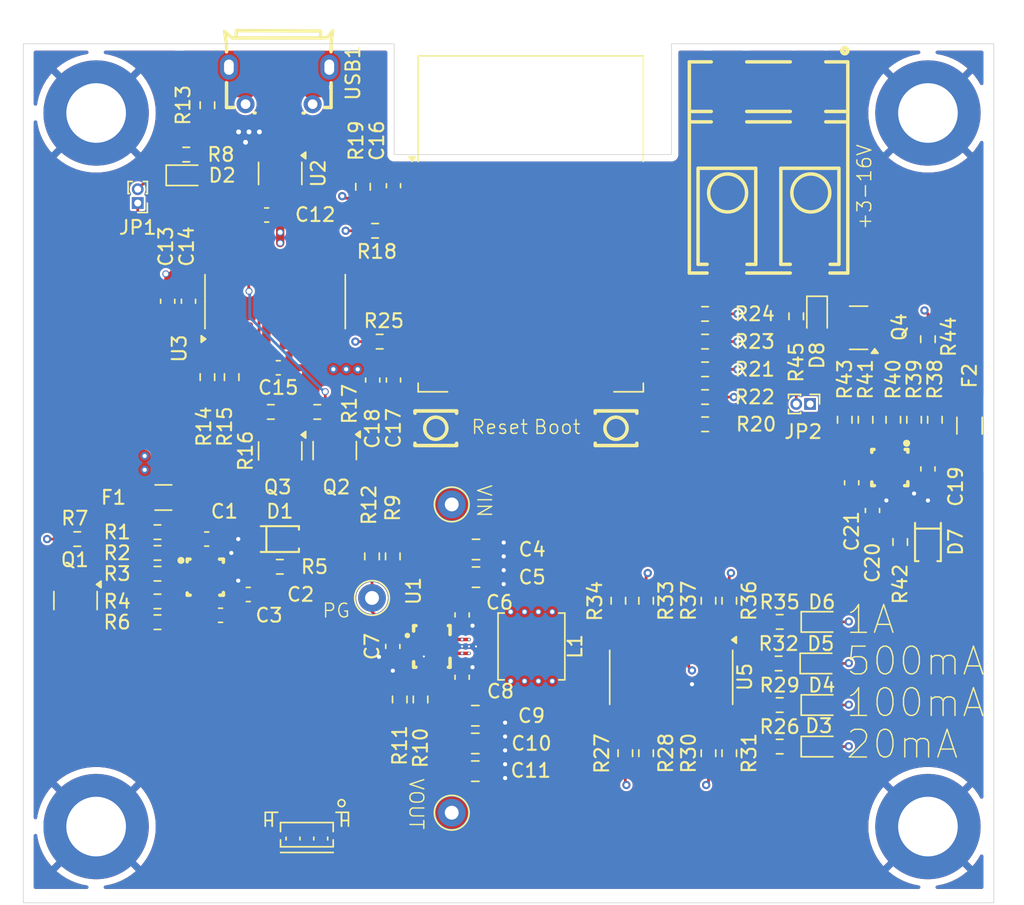
<source format=kicad_pcb>
(kicad_pcb (version 20240108) (generator "pcbnew") (generator_version "8.0")
  (layers (0 "F.Cu" signal) (1 "In1.Cu" power "Ground") (2 "In2.Cu" power "Power") (31 "B.Cu" signal) (34 "B.Paste" user) (35 "F.Paste" user) (36 "B.SilkS" user "B.Silkscreen") (37 "F.SilkS" user "F.Silkscreen") (38 "B.Mask" user) (39 "F.Mask" user) (44 "Edge.Cuts" user))
  (net 0 "")
  (net 1 "/PP3V16V/VIN")
  (net 2 "GND")
  (net 3 "Net-(Protect1-DVDT)")
  (net 4 "Net-(U1-Vaux)")
  (net 5 "+5V")
  (net 6 "/PP3V16V/IMON")
  (net 7 "Net-(U3-V3)")
  (net 8 "/PP3V16V1/Fused")
  (net 9 "Net-(Protect2-DVDT)")
  (net 10 "/PP3V16V/PG")
  (net 11 "Net-(D2-A)")
  (net 12 "Net-(D5-K)")
  (net 13 "Net-(D6-K)")
  (net 14 "/PP3V16V/Fused")
  (net 15 "/BB6V/VLogic")
  (net 16 "/BB6V/VIN")
  (net 17 "Net-(D8-K)")
  (net 18 "/BB6V/VOUT")
  (net 19 "Net-(D8-A)")
  (net 20 "/PP3V16V1/VIN")
  (net 21 "Net-(JP2-B)")
  (net 22 "Net-(U1-L1)")
  (net 23 "/BB6V/PG")
  (net 24 "Net-(U1-L2)")
  (net 25 "/usb_serial/RST")
  (net 26 "Net-(Protect1-EN{slash}UVLO)")
  (net 28 "Net-(Protect1-PGTH)")
  (net 29 "/usb_serial/BOOT")
  (net 30 "Net-(Protect1-OVLO)")
  (net 31 "Net-(Q2-B)")
  (net 32 "Net-(Q2-E)")
  (net 33 "Net-(Q3-B)")
  (net 34 "Net-(Q3-E)")
  (net 35 "/PP3V16V1/PG")
  (net 36 "Net-(U1-EN)")
  (net 37 "Net-(U1-FB)")
  (net 38 "Net-(USB1-SH1)")
  (net 39 "Net-(U3-TXD)")
  (net 40 "Net-(U3-RXD)")
  (net 41 "Net-(U4-EN)")
  (net 42 "Net-(U4-GPIO15)")
  (net 43 "Net-(U4-GPIO2)")
  (net 44 "Net-(R26-Pad1)")
  (net 45 "Net-(U5D-+)")
  (net 46 "/usb_serial/TXD")
  (net 47 "/usb_serial/RXD")
  (net 48 "Net-(R29-Pad1)")
  (net 49 "Net-(U5C-+)")
  (net 50 "/ESP12F/TXD")
  (net 51 "/ESP12F/3V3")
  (net 52 "Net-(R32-Pad1)")
  (net 53 "/ESP12F/ONEW")
  (net 54 "Net-(U5B-+)")
  (net 55 "Net-(R35-Pad1)")
  (net 56 "Net-(U5A-+)")
  (net 57 "/ESP12F/BOOT")
  (net 58 "Net-(Protect2-EN{slash}UVLO)")
  (net 59 "Net-(Protect2-OVLO)")
  (net 60 "Net-(Protect2-PGTH)")
  (net 61 "/PP3V16V1/IMON")
  (net 62 "Net-(USB1-D-)")
  (net 63 "/ESP12F/SCL")
  (net 64 "/ESP12F/RXD")
  (net 65 "Net-(U3-UD-)")
  (net 66 "/ESP12F/SDA")
  (net 67 "/ESP12F/RST")
  (net 68 "Net-(USB1-D+)")
  (net 69 "Net-(U3-UD+)")
  (net 70 "Net-(JP1-B)")
  (net 72 "Net-(D2-K)")
  (net 73 "Net-(D3-K)")
  (net 74 "Net-(D4-K)")
  (net 91 "Net-(U5A--)")
  (footprint "RF_Module:ESP-12E" (layer "F.Cu") (at 50.35 26)
    (property "Reference" "U4" (hide yes))
    (property "Value" "ESP-12F")
  )
  (footprint "MountingHole:MountingHole_4.3mm_M4_ISO7380_Pad" (layer "F.Cu") (at 19 18)
    (property "Reference" "H1" (hide yes))
    (property "Value" "MountingHole_Pad")
  )
  (footprint "Resistor_SMD:R_0603_1608Metric" (layer "F.Cu") (at 62.925 34.5 180)
    (property "Reference" "R23")
    (property "Value" "4.7k")
  )
  (footprint "Resistor_SMD:R_0603_1608Metric" (layer "F.Cu") (at 40.9 60.325 90)
    (property "Reference" "R11")
    (property "Value" "51k")
  )
  (footprint "easyeda2kicad:VQFN-HR-15_L3.0-W2.5-P0.50-BL_TPS63070RNMR" (layer "F.Cu") (at 43.08 56.5 -90)
    (property "Reference" "U1")
    (property "Value" "TPS63070RNMR")
  )
  (footprint "LED_SMD:LED_0603_1608Metric" (layer "F.Cu") (at 71 32.7125 -90)
    (property "Reference" "D8")
    (property "Value" "LED")
  )
  (footprint "Resistor_SMD:R_0603_1608Metric" (layer "F.Cu") (at 27.027 17.4375 -90)
    (property "Reference" "R13")
    (property "Value" "0")
  )
  (footprint "MountingHole:MountingHole_4.3mm_M4_ISO7380_Pad" (layer "F.Cu") (at 19 69.5)
    (property "Reference" "H3" (hide yes))
    (property "Value" "MountingHole_Pad")
  )
  (footprint "Capacitor_SMD:C_0603_1608Metric" (layer "F.Cu") (at 26.975 48.75 180)
    (property "Reference" "C1")
    (property "Value" "1uf")
  )
  (footprint "Resistor_SMD:R_0603_1608Metric" (layer "F.Cu") (at 58.669999 64.202 -90)
    (property "Reference" "R28")
    (property "Value" "1k")
  )
  (footprint "Capacitor_SMD:C_0603_1608Metric" (layer "F.Cu") (at 79 43.687352 90)
    (property "Reference" "C19")
    (property "Value" "1uf")
  )
  (footprint "Resistor_SMD:R_0603_1608Metric" (layer "F.Cu") (at 77 48.962352 90)
    (property "Reference" "R42")
    (property "Value" "4120")
  )
  (footprint "easyeda2kicad:CONN-SMD_BM04B-SRSS-TB" (layer "F.Cu") (at 34.2 69.4 180)
    (property "Reference" "CN1" (hide yes))
    (property "Value" "BM04B-SRSS-TB(LF)(SN)")
  )
  (footprint "LED_SMD:LED_0603_1608Metric" (layer "F.Cu") (at 71.342499 60.727)
    (property "Reference" "D4")
    (property "Value" "LED")
  )
  (footprint "Package_SO:SOIC-14_3.9x8.7mm_P1.27mm" (layer "F.Cu") (at 60.479999 58.727 -90)
    (property "Reference" "U5")
    (property "Value" "LM339")
  )
  (footprint "Resistor_SMD:R_0603_1608Metric" (layer "F.Cu") (at 23.425 54.75)
    (property "Reference" "R6")
    (property "Value" "249k")
  )
  (footprint "Resistor_SMD:R_0603_1608Metric" (layer "F.Cu") (at 23.425 53.25)
    (property "Reference" "R4")
    (property "Value" "470k")
  )
  (footprint "Capacitor_SMD:C_0603_1608Metric" (layer "F.Cu") (at 40.45 23.25 90)
    (property "Reference" "C16")
    (property "Value" "470pf")
  )
  (footprint "Capacitor_SMD:C_0603_1608Metric" (layer "F.Cu") (at 75 46.687352 -90)
    (property "Reference" "C20")
    (property "Value" "2.7nf")
  )
  (footprint "Capacitor_SMD:C_0603_1608Metric" (layer "F.Cu") (at 73.5 44.687352 90)
    (property "Reference" "C21")
    (property "Value" "1uf")
  )
  (footprint "LED_SMD:LED_0603_1608Metric" (layer "F.Cu") (at 71.342499 63.727)
    (property "Reference" "D3")
    (property "Value" "LED")
  )
  (footprint "Resistor_SMD:R_0603_1608Metric" (layer "F.Cu") (at 79.5 40.137352 -90)
    (property "Reference" "R38")
    (property "Value" "470k")
  )
  (footprint "Resistor_SMD:R_0603_1608Metric" (layer "F.Cu") (at 34.952 39.575)
    (property "Reference" "R17")
    (property "Value" "12k")
  )
  (footprint "Resistor_SMD:R_0603_1608Metric" (layer "F.Cu") (at 62.925 36.5 180)
    (property "Reference" "R21")
    (property "Value" "10k")
  )
  (footprint "Resistor_SMD:R_0603_1608Metric" (layer "F.Cu") (at 39.125 26.5)
    (property "Reference" "R18")
    (property "Value" "10k")
  )
  (footprint "Capacitor_SMD:C_0603_1608Metric" (layer "F.Cu") (at 40.45 37.275 -90)
    (property "Reference" "C17")
    (property "Value" "10uf")
  )
  (footprint "Package_TO_SOT_SMD:SOT-23" (layer "F.Cu") (at 17.513 53.1875 -90)
    (property "Reference" "Q1")
    (property "Value" "2N7002")
  )
  (footprint "Resistor_SMD:R_0603_1608Metric" (layer "F.Cu") (at 62.928507 40.46539)
    (property "Reference" "R20")
    (property "Value" "10k")
  )
  (footprint "Resistor_SMD:R_0603_1608Metric" (layer "F.Cu") (at 63.169999 64.202 90)
    (property "Reference" "R30")
    (property "Value" "12k")
  )
  (footprint "Resistor_SMD:R_0603_1608Metric" (layer "F.Cu") (at 69.5 32.675 -90)
    (property "Reference" "R45")
    (property "Value" "150")
  )
  (footprint "Resistor_SMD:R_0603_1608Metric" (layer "F.Cu") (at 68.304999 63.727)
    (property "Reference" "R26")
    (property "Value" "150")
  )
  (footprint "Package_TO_SOT_SMD:SOT-23-6" (layer "F.Cu") (at 32.277 22.3625 -90)
    (property "Reference" "U2")
    (property "Value" "USBLC6-2SC6")
  )
  (footprint "Connector_PinHeader_1.00mm:PinHeader_1x02_P1.00mm_Vertical" (layer "F.Cu") (at 70.5 39 -90)
    (property "Reference" "JP2")
    (property "Value" "JP1")
  )
  (footprint "Capacitor_SMD:C_0603_1608Metric" (layer "F.Cu") (at 27.975 54.25 180)
    (property "Reference" "C3")
    (property "Value" "1uf")
  )
  (footprint "easyeda2kicad:KEY-SMD_B3U-1000PM" (layer "F.Cu") (at 56.5 40.75)
    (property "Reference" "SW2" (hide yes))
    (property "Value" "B3U-1000P")
  )
  (footprint "Capacitor_SMD:C_0805_2012Metric" (layer "F.Cu") (at 46.4 49.5)
    (property "Reference" "C4")
    (property "Value" "10uf")
  )
  (footprint "Capacitor_SMD:C_0603_1608Metric" (layer "F.Cu") (at 29.975 52.75)
    (property "Reference" "C2")
    (property "Value" "2.7nf")
  )
  (footprint "Resistor_SMD:R_0603_1608Metric" (layer "F.Cu") (at 23.425 51.25)
    (property "Reference" "R3")
    (property "Value" "54.9k")
  )
  (footprint "Connector_Pin:Pin_D1.0mm_L10.0mm" (layer "F.Cu") (at 38.9 53 -90)
    (property "Reference" "TP2" (hide yes))
    (property "Value" "TestPoint")
  )
  (footprint "Resistor_SMD:R_0603_1608Metric" (layer "F.Cu") (at 78 40.137352 -90)
    (property "Reference" "R39")
    (property "Value" "196k")
  )
  (footprint "Resistor_SMD:R_0603_1608Metric" (layer "F.Cu") (at 38.25 23.325 90)
    (property "Reference" "R19")
    (property "Value" "10k")
  )
  (footprint "Capacitor_SMD:C_0603_1608Metric" (layer "F.Cu") (at 31.302 25.3625 180)
    (property "Reference" "C12")
    (property "Value" "100nf")
  )
  (footprint "easyeda2kicad:CONN-SMD_2061-602-998-404" (layer "F.Cu") (at 67.5 22.5 -90)
    (property "Reference" "U6" (hide yes))
    (property "Value" "2061-602/998-404")
  )
  (footprint "Resistor_SMD:R_0603_1608Metric" (layer "F.Cu") (at 32.25 50.75 180)
    (property "Reference" "R5")
    (property "Value" "4120")
  )
  (footprint "Resistor_SMD:R_0603_1608Metric" (layer "F.Cu") (at 64.669999 64.202 -90)
    (property "Reference" "R31")
    (property "Value" "1k")
  )
  (footprint "Resistor_SMD:R_0603_1608Metric" (layer "F.Cu") (at 27.027 37.0625 -90)
    (property "Reference" "R14")
    (property "Value" "480")
  )
  (footprint "easyeda2kicad:SOD-123_L2.7-W1.6-LS3.7-RD" (layer "F.Cu") (at 32.25 48.75)
    (property "Reference" "D1")
    (property "Value" "1.8V")
  )
  (footprint "Resistor_SMD:R_0603_1608Metric" (layer "F.Cu") (at 76.5 40.137352 -90)
    (property "Reference" "R40")
    (property "Value" "54.9k")
  )
  (footprint "Resistor_SMD:R_0603_1608Metric" (layer "F.Cu") (at 23.425 49.75)
    (property "Reference" "R2")
    (property "Value" "196k")
  )
  (footprint "Resistor_SMD:R_0603_1608Metric" (layer "F.Cu") (at 17.638 48.75)
    (property "Reference" "R7")
    (property "Value" "10k")
  )
  (footprint "Resistor_SMD:R_0603_1608Metric" (layer "F.Cu") (at 40.4 50 -90)
    (property "Reference" "R9")
    (property "Value" "10k")
  )
  (footprint "Resistor_SMD:R_0603_1608Metric" (layer "F.Cu") (at 42.4 60.325 90)
    (property "Reference" "R10")
    (property "Value" "332k")
  )
  (footprint "MountingHole:MountingHole_4.3mm_M4_ISO7380_Pad" (layer "F.Cu") (at 79 18)
    (property "Reference" "H2" (hide yes))
    (property "Value" "MountingHole_Pad")
  )
  (footprint "Resistor_SMD:R_0603_1608Metric" (layer "F.Cu") (at 73 40.137352 -90)
    (property "Reference" "R43")
    (property "Value" "249k")
  )
  (footprint "Fuse:Fuse_1206_3216Metric" (layer "F.Cu") (at 82 40.562352 -90)
    (property "Reference" "F2")
    (property "Value" "2A")
  )
  (footprint "Resistor_SMD:R_0603_1608Metric" (layer "F.Cu") (at 68.304999 54.727)
    (property "Reference" "R35")
    (property "Value" "150")
  )
  (footprint "Fuse:Fuse_1206_3216Metric" (layer "F.Cu") (at 23.85 45.75)
    (property "Reference" "F1")
    (property "Value" "2A")
  )
  (footprint "Capacitor_SMD:C_0603_1608Metric" (layer "F.Cu") (at 24.162 31.5875 -90)
    (property "Reference" "C13")
    (property "Value" "10uf")
  )
  (footprint "Resistor_SMD:R_0603_1608Metric" (layer "F.Cu") (at 62.925 32.5 180)
    (property "Reference" "R24")
    (property "Value" "4.7k")
  )
  (footprint "Resistor_SMD:R_0603_1608Metric" (layer "F.Cu") (at 38.9 50 -90)
    (property "Reference" "R12")
    (property "Value" "10k")
  )
  (footprint "Resistor_SMD:R_0603_1608Metric" (layer "F.Cu") (at 58.669999 53.202 -90)
    (property "Reference" "R33")
    (property "Value" "68k")
  )
  (footprint "Capacitor_SMD:C_0603_1608Metric" (layer "F.Cu") (at 45.4 54.225 -90)
    (property "Reference" "C6")
    (property "Value" "10uf")
  )
  (footprint "Capacitor_SMD:C_0603_1608Metric" (layer "F.Cu") (at 25.662 31.5875 -90)
    (property "Reference" "C14")
    (property "Value" "100nf")
  )
  (footprint "easyeda2kicad:KEY-SMD_B3U-1000PM" (layer "F.Cu") (at 43.5 40.75)
    (property "Reference" "SW1" (hide yes))
    (property "Value" "B3U-1000P")
  )
  (footprint "Inductor_SMD:L_Coilcraft_XAL4020-XXX" (layer "F.Cu") (at 50.4 56.5 -90)
    (property "Reference" "L1")
    (property "Value" "1uH")
  )
  (footprint "Resistor_SMD:R_0603_1608Metric" (layer "F.Cu") (at 28.777 37.0625 90)
    (property "Reference" "R15")
    (property "Value" "480")
  )
  (footprint "Resistor_SMD:R_0603_1608Metric" (layer "F.Cu") (at 57.169999 64.202 90)
    (property "Reference" "R27")
    (property "Value" "5.6k")
  )
  (footprint "LED_SMD:LED_0603_1608Metric" (layer "F.Cu") (at 71.267499 57.727)
    (property "Reference" "D5")
    (property "Value" "LED")
  )
  (footprint "Capacitor_SMD:C_0603_1608Metric" (layer "F.Cu") (at 45.4 58.725 90)
    (property "Reference" "C8")
    (property "Value" "10uf")
  )
  (footprint "Capacitor_SMD:C_0805_2012Metric" (layer "F.Cu") (at 46.35 63.5)
    (property "Reference" "C10")
    (property "Value" "22uf")
  )
  (footprint "Resistor_SMD:R_0603_1608Metric" (layer "F.Cu") (at 74.5 40.137352 -90)
    (property "Reference" "R41")
    (property "Value" "470k")
  )
  (footprint "Package_TO_SOT_SMD:SOT-23" (layer "F.Cu") (at 36.212 42.3625 -90)
    (property "Reference" "Q2")
    (property "Value" "MMBT3904")
  )
  (footprint "Capacitor_SMD:C_0603_1608Metric" (layer "F.Cu") (at 32.137 36.3875 180)
    (property "Reference" "C15")
    (property "Value" "100nf")
  )
  (footprint "LED_SMD:LED_0603_1608Metric" (layer "F.Cu") (at 25.5375 22.5)
    (property "Reference" "D2")
    (property "Value" "LED")
  )
  (footprint "Resistor_SMD:R_0603_1608Metric" (layer "F.Cu") (at 63.169999 53.202 90)
    (property "Reference" "R37")
    (property "Value" "1k")
  )
  (footprint "Resistor_SMD:R_0603_1608Metric" (layer "F.Cu") (at 79 34.325 -90)
    (property "Reference" "R44")
    (property "Value" "10k")
  )
  (footprint "LED_SMD:LED_0603_1608Metric" (layer "F.Cu") (at 71.342499 54.727)
    (property "Reference" "D6")
    (property "Value" "LED")
  )
  (footprint "MountingHole:MountingHole_4.3mm_M4_ISO7380_Pad" (layer "F.Cu") (at 79 69.5)
    (property "Reference" "H4" (hide yes))
    (property "Value" "MountingHole_Pad")
  )
  (footprint "easyeda2kicad:MICRO-USB-SMD_MICROXNJ" (layer "F.Cu") (at 32.197 16.2925 180)
    (property "Reference" "USB1")
    (property "Value" "MICROXNJ")
  )
  (footprint "Capacitor_SMD:C_0805_2012Metric" (layer "F.Cu") (at 46.4 51.5)
    (property "Reference" "C5")
    (property "Value" "10uf")
  )
  (footprint "Connector_Pin:Pin_D1.0mm_L10.0mm" (layer "F.Cu") (at 44.65 68.5 -90)
    (property "Reference" "TP3" (hide yes))
    (property "Value" "TestPoint")
  )
  (footprint "easyeda2kicad:SOD-123_L2.7-W1.6-LS3.7-RD" (layer "F.Cu") (at 79 48.962352 -90)
    (property "Reference" "D7")
    (property "Value" "1.8V")
  )
  (footprint "Package_TO_SOT_SMD:SOT-23" (layer "F.Cu") (at 32.277 42.3875 -90)
    (property "Reference" "Q3")
    (property "Value" "MMBT3904")
  )
  (footprint "easyeda2kicad:VQFN-10_L2.0-W2.0-P0.45-TL" (layer "F.Cu") (at 76.23 43.552352 -90)
    (property "Reference" "Protect2" (hide yes))
    (property "Value" "LM73100RPWR")
  )
  (footprint "Package_TO_SOT_SMD:SOT-23" (layer "F.Cu") (at 74 33.5 180)
    (property "Reference" "Q4")
    (property "Value" "2N7002")
  )
  (footprint "Resistor_SMD:R_0603_1608Metric" (layer "F.Cu") (at 31.602 39.575 180)
    (property "Reference" "R16")
    (property "Value" "12k")
  )
  (footprint "Capacitor_SMD:C_0805_2012Metric" (layer "F.Cu") (at 46.35 61.5)
    (property "Reference" "C9")
    (property "Value" "22uf")
  )
  (footprint "easyeda2kicad:VQFN-10_L2.0-W2.0-P0.45-TL" (layer "F.Cu") (at 26.84 51.52)
    (property "Reference" "Protect1" (hide yes))
    (property "Value" "LM73100RPWR")
  )
  (footprint "Package_SO:SOIC-16_3.9x9.9mm_P1.27mm" (layer "F.Cu") (at 31.912 31.6125 90)
    (property "Reference" "U3")
    (property "Value" "CH340C")
  )
  (footprint "Resistor_SMD:R_0603_1608Metric" (layer "F.Cu") (at 64.669999 53.202 -90)
    (property "Reference" "R36")
    (property "Value" "680k")
  )
  (footprint "Resistor_SMD:R_0603_1608Metric" (layer "F.Cu") (at 39.45 34.5)
    (property "Reference" "R25")
    (property "Value" "4.7k")
  )
  (footprint "Capacitor_SMD:C_0805_2012Metric" (layer "F.Cu") (at 46.35 65.5)
    (property "Reference" "C11")
    (property "Value" "22uf")
  )
  (footprint "Connector_Pin:Pin_D1.0mm_L10.0mm" (layer "F.Cu") (at 44.65 46.25 -90)
    (property "Reference" "TP1" (hide yes))
    (property "Value" "TestPoint")
  )
  (footprint "Capacitor_SMD:C_0603_1608Metric" (layer "F.Cu") (at 40.4 56.5 -90)
    (property "Reference" "C7")
    (property "Value" "100nf")
  )
  (footprint "Resistor_SMD:R_0603_1608Metric" (layer "F.Cu") (at 23.425 48.25)
    (property "Reference" "R1")
    (property "Value" "470k")
  )
  (footprint "Resistor_SMD:R_0603_1608Metric" (layer "F.Cu") (at 68.304999 60.727)
    (property "Reference" "R29")
    (property "Value" "150")
  )
  (footprint "Resistor_SMD:R_0603_1608Metric" (layer "F.Cu") (at 62.925 38.5 180)
    (property "Reference" "R22")
    (property "Value" "10k")
  )
  (footprint "Resistor_SMD:R_0603_1608Metric" (layer "F.Cu") (at 25.5 21 180)
    (property "Reference" "R8")
    (property "Value" "150")
  )
  (footprint "Connector_PinHeader_1.00mm:PinHeader_1x02_P1.00mm_Vertical" (layer "F.Cu") (at 22 24.5 180)
    (property "Reference" "JP1")
    (property "Value" "JP1")
  )
  (footprint "Resistor_SMD:R_0603_1608Metric" (layer "F.Cu") (at 56.669999 53.202 90)
    (property "Reference" "R34")
    (property "Value" "1k")
  )
  (footprint "Resistor_SMD:R_0603_1608Metric" (layer "F.Cu") (at 68.229999 57.727)
    (property "Reference" "R32")
    (property "Value" "150")
  )
  (footprint "Capacitor_SMD:C_0603_1608Metric" (layer "F.Cu") (at 38.95 37.275 -90)
    (property "Reference" "C18")
    (property "Value" "100nf")
  )
  (gr_poly (pts (xy 13.75 13) (xy 40.5 13) (xy 40.5 21) (xy 60.5 21) (xy 60.5 13) (xy 83.75 13) (xy 83.75 75) (xy 13.75 75)) (stroke (width 0.05)) (fill none) (layer "Edge.Cuts"))
  (gr_text "+3-16V" (at 75 26.5 90) (layer "F.SilkS") (effects (font (size 1 1) (thickness 0.1)) (justify left bottom)))
  (gr_text "VOUT\n" (at 41.51 65.95 -90) (layer "F.SilkS") (effects (font (size 1 1) (thickness 0.1)) (justify left bottom)))
  (gr_text "500mA" (at 72.979999 58.727 0) (layer "F.SilkS") (effects (font (size 2 2) (thickness 0.1)) (justify left bottom)))
  (gr_text "100mA" (at 72.979999 61.727 0) (layer "F.SilkS") (effects (font (size 2 2) (thickness 0.1)) (justify left bottom)))
  (gr_text "20mA" (at 72.979999 64.727 0) (layer "F.SilkS") (effects (font (size 2 2) (thickness 0.1)) (justify left bottom)))
  (gr_text "Boot" (at 50.5 41.25 0) (layer "F.SilkS") (effects (font (size 1 1) (thickness 0.1)) (justify left bottom)))
  (gr_text "VIN" (at 46.4 44.75 -90) (layer "F.SilkS") (effects (font (size 1 1) (thickness 0.1)) (justify left bottom)))
  (gr_text "Reset" (at 46 41.25 0) (layer "F.SilkS") (effects (font (size 1 1) (thickness 0.1)) (justify left bottom)))
  (gr_text "PG" (at 35.25 54.5 0) (layer "F.SilkS") (effects (font (size 1 1) (thickness 0.1)) (justify left bottom)))
  (gr_text "1A" (at 72.979999 55.727 0) (layer "F.SilkS") (effects (font (size 2 2) (thickness 0.1)) (justify left bottom)))
  (segment (start 32.277 23.5) (end 32.277 27.3875) (width 0.6) (layer "F.Cu") (net 1))
  (segment (start 22.45 45.75) (end 22.45 42.8) (width 1) (layer "F.Cu") (net 1))
  (via (at 22.5 43.75) (size 0.6) (drill 0.3) (layers "F.Cu" "B.Cu") (net 1))
  (via (at 32.277 26.6125) (size 0.5) (drill 0.35) (layers "F.Cu" "B.Cu") (net 1))
  (via (at 24.027 29.6125) (size 0.5) (drill 0.35) (layers "F.Cu" "B.Cu") (net 1))
  (via (at 32.277 27.3875) (size 0.5) (drill 0.35) (layers "F.Cu" "B.Cu") (net 1))
  (via (at 22.5 42.75) (size 0.6) (drill 0.3) (layers "F.Cu" "B.Cu") (net 1))
  (segment (start 42.06 57.25) (end 42.61 57.25) (width 0.2) (layer "F.Cu") (net 2))
  (segment (start 43.01 57.4) (end 43.01 57.95) (width 0.2) (layer "F.Cu") (net 2))
  (segment (start 45.4 55) (end 46.15 55) (width 0.2) (layer "F.Cu") (net 2))
  (segment (start 42.06 57.25) (end 40.425 57.25) (width 0.2) (layer "F.Cu") (net 2))
  (segment (start 32.277 21.225) (end 32.277 21.887499) (width 0.2) (layer "F.Cu") (net 2))
  (segment (start 42.06 57.25) (end 42.86 57.25) (width 0.2) (layer "F.Cu") (net 2))
  (segment (start 21.25 51.25) (end 21 51) (width 0.2) (layer "F.Cu") (net 2))
  (segment (start 64.5 28.25) (end 64.5 16.75) (width 1) (layer "F.Cu") (net 2))
  (segment (start 76 44.462352) (end 76 45.962352) (width 0.3) (layer "F.Cu") (net 2))
  (segment (start 27.75 51.75) (end 29.25 51.75) (width 0.3) (layer "F.Cu") (net 2))
  (segment (start 33.075 49.565) (end 33.89 48.75) (width 0.2) (layer "F.Cu") (net 2))
  (segment (start 61.749999 61.202) (end 61.749999 59.457) (width 0.2) (layer "F.Cu") (net 2))
  (segment (start 22.6 51.25) (end 21.25 51.25) (width 0.2) (layer "F.Cu") (net 2))
  (segment (start 29.75 51.75) (end 30.75 52.75) (width 0.3) (layer "F.Cu") (net 2))
  (segment (start 42.61 57.25) (end 42.637 57.223) (width 0.2) (layer "F.Cu") (net 2))
  (segment (start 77 49.787352) (end 78.185 49.787352) (width 0.2) (layer "F.Cu") (net 2))
  (segment (start 42.637 57.223) (end 42.637 55.177) (width 0.2) (layer "F.Cu") (net 2))
  (segment (start 42.637 55.177) (end 42.51 55.05) (width 0.2) (layer "F.Cu") (net 2))
  (segment (start 29.25 51.75) (end 29.75 51.75) (width 0.3) (layer "F.Cu") (net 2))
  (segment (start 76 45.962352) (end 76 46.462352) (width 0.3) (layer "F.Cu") (net 2))
  (segment (start 31.801999 22.3625) (end 31.277 22.3625) (width 0.2) (layer "F.Cu") (net 2))
  (segment (start 42.86 57.25) (end 43.01 57.4) (width 0.2) (layer "F.Cu") (net 2))
  (segment (start 40.425 57.25) (end 40.4 57.275) (width 0.2) (layer "F.Cu") (net 2))
  (segment (start 33.075 50.75) (end 33.075 49.565) (width 0.2) (layer "F.Cu") (net 2))
  (segment (start 76.5 39.312352) (end 76.5 38) (width 0.2) (layer "F.Cu") (net 2))
  (segment (start 61.749999 59.457) (end 61.979999 59.227) (width 0.2) (layer "F.Cu") (net 2))
  (segment (start 78.185 49.787352) (end 79 50.602352) (width 0.2) (layer "F.Cu") (net 2))
  (segment (start 76 46.462352) (end 75 47.462352) (width 0.3) (layer "F.Cu") (net 2))
  (segment (start 32.277 21.887499) (end 31.801999 22.3625) (width 0.2) (layer "F.Cu") (net 2))
  (segment (start 43.9 56.5) (end 46.9 56.5) (width 0.2) (layer "F.Cu") (net 2))
  (via (at 48.4 52) (size 0.45) (drill 0.3) (layers "F.Cu" "B.Cu") (net 2))
  (via (at 48.4 50) (size 0.45) (drill 0.3) (layers "F.Cu" "B.Cu") (net 2))
  (via (at 48.5 63) (size 0.45) (drill 0.3) (layers "F.Cu" "B.Cu") (net 2))
  (via (at 61.979999 59.227) (size 0.6) (drill 0.3) (layers "F.Cu" "B.Cu") (net 2))
  (via (at 29.25 51.75) (size 0.6) (drill 0.3) (layers "F.Cu" "B.Cu") (net 2))
  (via (at 29.25 48.75) (size 0.6) (drill 0.3) (layers "F.Cu" "B.Cu") (net 2))
  (via (at 48.5 66) (size 0.45) (drill 0.3) (layers "F.Cu" "B.Cu") (net 2))
  (via (at 48.5 62) (size 0.45) (drill 0.3) (layers "F.Cu" "B.Cu") (net 2))
  (via (at 48.4 51) (size 0.45) (drill 0.3) (layers "F.Cu" "B.Cu") (net 2))
  (via (at 28.75 49.75) (size 0.6) (drill 0.3) (layers "F.Cu" "B.Cu") (net 2))
  (via (at 48.4 49) (size 0.45) (drill 0.3) (layers "F.Cu" "B.Cu") (net 2))
  (via (at 39.4 57.25) (size 0.45) (drill 0.3) (layers "F.Cu" "B.Cu") (net 2))
  (via (at 46.4 56.5) (size 0.25) (drill 0.15) (layers "F.Cu" "B.Cu") (net 2))
  (via (at 29.777 20.1125) (size 0.5) (drill 0.35) (layers "F.Cu" "B.Cu") (net 2))
  (via (at 45.9 56.5) (size 0.25) (drill 0.15) (layers "F.Cu" "B.Cu") (net 2))
  (via (at 48.5 65) (size 0.45) (drill 0.3) (layers "F.Cu" "B.Cu") (net 2))
  (via (at 78 45.462352) (size 0.6) (drill 0.3) (layers "F.Cu" "B.Cu") (net 2))
  (via (at 76 45.962352) (size 0.6) (drill 0.3) (layers "F.Cu" "B.Cu") (net 2))
  (via (at 48.5 64) (size 0.45) (drill 0.3) (layers "F.Cu" "B.Cu") (net 2))
  (via (at 79 45.962352) (size 0.6) (drill 0.3) (layers "F.Cu" "B.Cu") (net 2))
  (via (at 46.15 58) (size 0.45) (drill 0.3) (layers "F.Cu" "B.Cu") (net 2))
  (via (at 40.4 58.25) (size 0.45) (drill 0.3) (layers "F.Cu" "B.Cu") (net 2))
  (via (at 30.777 19.3625) (size 0.5) (drill 0.35) (layers "F.Cu" "B.Cu") (net 2))
  (via (at 42.637 57.223) (size 0.25) (drill 0.15) (layers "F.Cu" "B.Cu") (net 2))
  (via (at 29.277 19.3625) (size 0.5) (drill 0.35) (layers "F.Cu" "B.Cu") (net 2))
  (via (at 46.15 55) (size 0.45) (drill 0.3) (layers "F.Cu" "B.Cu") (net 2))
  (via (at 45.4 56.5) (size 0.25) (drill 0.15) (layers "F.Cu" "B.Cu") (net 2))
  (via (at 30.027 19.3625) (size 0.5) (drill 0.35) (layers "F.Cu" "B.Cu") (net 2))
  (segment (start 28.08 52.75) (end 27.75 52.42) (width 0.5) (layer "F.Cu") (net 3))
  (segment (start 29.2 52.75) (end 28.08 52.75) (width 0.5) (layer "F.Cu") (net 3))
  (segment (start 42.06 56.75) (end 41.425 56.75) (width 0.2) (layer "F.Cu") (net 4))
  (segment (start 41.425 56.75) (end 40.4 55.725) (width 0.2) (layer "F.Cu") (net 4))
  (segment (start 58.669999 52.377) (end 58.669999 51.322) (width 0.2) (layer "F.Cu") (net 5))
  (segment (start 63.169999 66.330001) (end 63 66.5) (width 0.2) (layer "F.Cu") (net 5))
  (segment (start 16.813 48.75) (end 16.4 48.337) (width 0.2) (layer "F.Cu") (net 5))
  (segment (start 61.749999 57.997) (end 61.749999 56.252) (width 0.2) (layer "F.Cu") (net 5))
  (segment (start 58.669999 51.322) (end 58.789999 51.202) (width 0.2) (layer "F.Cu") (net 5))
  (segment (start 79 32.5) (end 78.75 32.25) (width 0.2) (layer "F.Cu") (net 5))
  (segment (start 16.813 48.75) (end 15.463 48.75) (width 0.2) (layer "F.Cu") (net 5))
  (segment (start 22 29.25) (end 22 24.5) (width 0.2) (layer "F.Cu") (net 5))
  (segment (start 73.264999 63.727) (end 73.289999 63.702) (width 0.2) (layer "F.Cu") (net 5))
  (segment (start 72.054999 57.727) (end 73.264999 57.727) (width 0.2) (layer "F.Cu") (net 5))
  (segment (start 63.169999 65.027) (end 63.169999 66.330001) (width 0.2) (layer "F.Cu") (net 5))
  (segment (start 61.979999 58.227) (end 61.749999 57.997) (width 0.2) (layer "F.Cu") (net 5))
  (segment (start 72.129999 60.727) (end 73.264999 60.727) (width 0.2) (layer "F.Cu") (net 5))
  (segment (start 16.4 48.337) (end 16.4 34.85) (width 0.2) (layer "F.Cu") (net 5))
  (segment (start 16.4 34.85) (end 22 29.25) (width 0.2) (layer "F.Cu") (net 5))
  (segment (start 79 33.5) (end 79 32.5) (width 0.2) (layer "F.Cu") (net 5))
  (segment (start 57.169999 65.027) (end 57.169999 66.419999) (width 0.2) (layer "F.Cu") (net 5))
  (segment (start 73.264999 57.727) (end 73.289999 57.702) (width 0.2) (layer "F.Cu") (net 5))
  (segment (start 72.129999 63.727) (end 73.264999 63.727) (width 0.2) (layer "F.Cu") (net 5))
  (segment (start 64.669999 51.322) (end 64.789999 51.202) (width 0.2) (layer "F.Cu") (net 5))
  (segment (start 73.264999 60.727) (end 73.289999 60.702) (width 0.2) (layer "F.Cu") (net 5))
  (segment (start 73.264999 54.727) (end 73.289999 54.702) (width 0.2) (layer "F.Cu") (net 5))
  (segment (start 72.129999 54.727) (end 73.264999 54.727) (width 0.2) (layer "F.Cu") (net 5))
  (segment (start 57.169999 66.419999) (end 57.25 66.5) (width 0.2) (layer "F.Cu") (net 5))
  (segment (start 64.669999 52.377) (end 64.669999 51.322) (width 0.2) (layer "F.Cu") (net 5))
  (via (at 63 66.5) (size 0.6) (drill 0.3) (layers "F.Cu" "B.Cu") (net 5))
  (via (at 58.789999 51.202) (size 0.6) (drill 0.3) (layers "F.Cu" "B.Cu") (net 5))
  (via (at 78.75 32.25) (size 0.6) (drill 0.3) (layers "F.Cu" "B.Cu") (net 5))
  (via (at 73.289999 57.702) (size 0.6) (drill 0.3) (layers "F.Cu" "B.Cu") (net 5))
  (via (at 61.979999 58.227) (size 0.6) (drill 0.3) (layers "F.Cu" "B.Cu") (net 5))
  (via (at 57.25 66.5) (size 0.6) (drill 0.3) (layers "F.Cu" "B.Cu") (net 5))
  (via (at 73.289999 54.702) (size 0.6) (drill 0.3) (layers "F.Cu" "B.Cu") (net 5))
  (via (at 73.289999 60.702) (size 0.6) (drill 0.3) (layers "F.Cu" "B.Cu") (net 5))
  (via (at 73.289999 63.702) (size 0.6) (drill 0.3) (layers "F.Cu" "B.Cu") (net 5))
  (via (at 15.463 48.75) (size 0.6) (drill 0.3) (layers "F.Cu" "B.Cu") (net 5))
  (via (at 64.789999 51.202) (size 0.6) (drill 0.3) (layers "F.Cu" "B.Cu") (net 5))
  (segment (start 30.61 48.75) (end 30.61 49.935) (width 0.2) (layer "F.Cu") (net 6))
  (segment (start 30.61 49.935) (end 31.425 50.75) (width 0.2) (layer "F.Cu") (net 6))
  (segment (start 27.75 51.29) (end 28.71 51.29) (width 0.2) (layer "F.Cu") (net 6))
  (segment (start 29.25 50.75) (end 31.425 50.75) (width 0.2) (layer "F.Cu") (net 6))
  (segment (start 28.71 51.29) (end 29.25 50.75) (width 0.2) (layer "F.Cu") (net 6))
  (segment (start 31.277 34.0875) (end 31.277 36.3025) (width 0.2) (layer "F.Cu") (net 7))
  (segment (start 78 43.322352) (end 78.59 43.322352) (width 0.3) (layer "F.Cu") (net 8))
  (segment (start 78.59 43.322352) (end 79 42.912352) (width 0.2) (layer "F.Cu") (net 8))
  (segment (start 76.23 43.322352) (end 78 43.322352) (width 0.3) (layer "F.Cu") (net 8))
  (segment (start 75 45.912352) (end 75 44.792352) (width 0.5) (layer "F.Cu") (net 9))
  (segment (start 75 44.792352) (end 75.33 44.462352) (width 0.5) (layer "F.Cu") (net 9))
  (segment (start 23.837352 52.025) (end 24.662648 52.025) (width 0.2) (layer "F.Cu") (net 10))
  (segment (start 24.662648 52.025) (end 24.937648 51.75) (width 0.2) (layer "F.Cu") (net 10))
  (segment (start 23.012648 52.025) (end 23.287648 51.75) (width 0.2) (layer "F.Cu") (net 10))
  (segment (start 18.463 52.25) (end 18.963 51.75) (width 0.2) (layer "F.Cu") (net 10))
  (segment (start 21.912352 51.75) (end 22.187352 52.025) (width 0.2) (layer "F.Cu") (net 10))
  (segment (start 22.187352 52.025) (end 23.012648 52.025) (width 0.2) (layer "F.Cu") (net 10))
  (segment (start 18.463 49.25) (end 18.463 52.25) (width 0.2) (layer "F.Cu") (net 10))
  (segment (start 24.937648 51.75) (end 25.93 51.75) (width 0.2) (layer "F.Cu") (net 10))
  (segment (start 18.963 51.75) (end 21.912352 51.75) (width 0.2) (layer "F.Cu") (net 10))
  (segment (start 23.562352 51.75) (end 23.837352 52.025) (width 0.2) (layer "F.Cu") (net 10))
  (segment (start 23.287648 51.75) (end 23.562352 51.75) (width 0.2) (layer "F.Cu") (net 10))
  (segment (start 26.325 22.5) (end 26.325 21) (width 0.2) (layer "F.Cu") (net 11))
  (segment (start 69.054999 57.727) (end 70.479999 57.727) (width 0.2) (layer "F.Cu") (net 12))
  (segment (start 69.129999 54.727) (end 70.554999 54.727) (width 0.2) (layer "F.Cu") (net 13))
  (segment (start 26.61 49.16) (end 26.2 48.75) (width 0.2) (layer "F.Cu") (net 14))
  (segment (start 26.61 49.75) (end 26.61 49.16) (width 0.3) (layer "F.Cu") (net 14))
  (segment (start 26.61 51.52) (end 26.61 49.75) (width 0.3) (layer "F.Cu") (net 14))
  (segment (start 55 49.5) (end 69.5 49.5) (width 1) (layer "F.Cu") (net 16))
  (segment (start 27.09 51.53) (end 27.09 54.14) (width 0.3) (layer "F.Cu") (net 16))
  (segment (start 44.65 46.25) (end 46.922793 46.25) (width 1) (layer "F.Cu") (net 16))
  (segment (start 69.5 49.5) (end 70.25 48.75) (width 1) (layer "F.Cu") (net 16))
  (segment (start 71.837648 43.912352) (end 73.5 43.912352) (width 1) (layer "F.Cu") (net 16))
  (segment (start 50.5 49.827207) (end 54.672793 49.827207) (width 1) (layer "F.Cu") (net 16))
  (segment (start 44.65 46.25) (end 40.174904 46.25) (width 1) (layer "F.Cu") (net 16))
  (segment (start 40.4 49.175) (end 42.225 49.175) (width 0.2) (layer "F.Cu") (net 16))
  (segment (start 70.25 45.5) (end 71.837648 43.912352) (width 1) (layer "F.Cu") (net 16))
  (segment (start 28.5 57.25) (end 26 54.75) (width 1) (layer "F.Cu") (net 16))
  (segment (start 26 54.75) (end 26 54) (width 1) (layer "F.Cu") (net 16))
  (segment (start 40.174904 46.25) (end 29.174904 57.25) (width 1) (layer "F.Cu") (net 16))
  (segment (start 54.672793 49.827207) (end 55 49.5) (width 1) (layer "F.Cu") (net 16))
  (segment (start 43.51 55.05) (end 43.51 53.61) (width 0.25) (layer "F.Cu") (net 16))
  (segment (start 29.174904 57.25) (end 28.5 57.25) (width 1) (layer "F.Cu") (net 16))
  (segment (start 46.922793 46.25) (end 50.5 49.827207) (width 1) (layer "F.Cu") (net 16))
  (segment (start 70.25 48.75) (end 70.25 45.5) (width 1) (layer "F.Cu") (net 16))
  (segment (start 76.22 43.802352) (end 73.61 43.802352) (width 0.3) (layer "F.Cu") (net 16))
  (segment (start 42.225 49.175) (end 43.15 48.25) (width 0.2) (layer "F.Cu") (net 16))
  (segment (start 71.4875 31.925) (end 73.0625 33.5) (width 0.2) (layer "F.Cu") (net 17))
  (segment (start 71 31.925) (end 71.4875 31.925) (width 0.2) (layer "F.Cu") (net 17))
  (segment (start 43.51 58.61) (end 43.51 57.95) (width 0.25) (layer "F.Cu") (net 18))
  (segment (start 42.4 62) (end 43.4 63) (width 0.2) (layer "F.Cu") (net 18))
  (segment (start 43.51 58.61) (end 43.9 59) (width 0.25) (layer "F.Cu") (net 18))
  (segment (start 42.4 61.15) (end 42.4 62) (width 0.2) (layer "F.Cu") (net 18))
  (segment (start 69.5 32) (end 71 33.5) (width 0.2) (layer "F.Cu") (net 19))
  (segment (start 69.5 31.85) (end 69.5 32) (width 0.2) (layer "F.Cu") (net 19))
  (segment (start 77.5 29) (end 82 33.5) (width 1) (layer "F.Cu") (net 20))
  (segment (start 70.5 28.25) (end 70.5 16.75) (width 1) (layer "F.Cu") (net 20))
  (segment (start 70.5 28.25) (end 72.75 28.25) (width 1) (layer "F.Cu") (net 20))
  (segment (start 82 33.5) (end 82 39.162352) (width 1) (layer "F.Cu") (net 20))
  (segment (start 73.5 29) (end 77.5 29) (width 1) (layer "F.Cu") (net 20))
  (segment (start 72.75 28.25) (end 73.5 29) (width 1) (layer "F.Cu") (net 20))
  (segment (start 69.5 39) (end 69.5 33.5) (width 0.2) (layer "F.Cu") (net 21))
  (segment (start 44.1 56) (end 45.9 56) (width 0.25) (layer "F.Cu") (net 22))
  (via (at 45.4 56) (size 0.25) (drill 0.15) (layers "F.Cu" "B.Cu") (net 22))
  (via (at 45.9 56) (size 0.25) (drill 0.15) (layers "F.Cu" "B.Cu") (net 22))
  (via (at 48.9 54) (size 0.45) (drill 0.3) (layers "F.Cu" "B.Cu") (net 22))
  (via (at 49.9 54) (size 0.45) (drill 0.3) (layers "F.Cu" "B.Cu") (net 22))
  (via (at 51.9 54) (size 0.45) (drill 0.3) (layers "F.Cu" "B.Cu") (net 22))
  (via (at 50.9 54) (size 0.45) (drill 0.3) (layers "F.Cu" "B.Cu") (net 22))
  (segment (start 41.15 55.35454) (end 40.29546 54.5) (width 0.2) (layer "F.Cu") (net 23))
  (segment (start 41.15 55.89) (end 41.15 55.35454) (width 0.2) (layer "F.Cu") (net 23))
  (segment (start 40.29546 54.5) (end 39.4 54.5) (width 0.2) (layer "F.Cu") (net 23))
  (segment (start 39.4 54.5) (end 38.9 54) (width 0.2) (layer "F.Cu") (net 23))
  (segment (start 42.06 56.25) (end 41.51 56.25) (width 0.2) (layer "F.Cu") (net 23))
  (segment (start 41.51 56.25) (end 41.15 55.89) (width 0.2) (layer "F.Cu") (net 23))
  (segment (start 38.9 54) (end 38.9 50.825) (width 0.2) (layer "F.Cu") (net 23))
  (segment (start 44.1 57) (end 45.9 57) (width 0.25) (layer "F.Cu") (net 24))
  (via (at 45.9 57) (size 0.25) (drill 0.15) (layers "F.Cu" "B.Cu") (net 24))
  (via (at 48.9 59) (size 0.45) (drill 0.3) (layers "F.Cu" "B.Cu") (net 24))
  (via (at 45.4 57) (size 0.25) (drill 0.15) (layers "F.Cu" "B.Cu") (net 24))
  (via (at 50.9 59) (size 0.45) (drill 0.3) (layers "F.Cu" "B.Cu") (net 24))
  (via (at 49.9 59) (size 0.45) (drill 0.3) (layers "F.Cu" "B.Cu") (net 24))
  (via (at 51.9 59) (size 0.45) (drill 0.3) (layers "F.Cu" "B.Cu") (net 24))
  (segment (start 25.56 50.25) (end 25.93 50.62) (width 0.2) (layer "F.Cu") (net 26))
  (segment (start 24.25 49.75) (end 22.75 48.25) (width 0.2) (layer "F.Cu") (net 26))
  (segment (start 24.25 49.75) (end 24.75 50.25) (width 0.2) (layer "F.Cu") (net 26))
  (segment (start 24.75 50.25) (end 25.56 50.25) (width 0.2) (layer "F.Cu") (net 26))
  (segment (start 22.6 53.25) (end 23.701904 52.352) (width 0.2) (layer "F.Cu") (net 28))
  (segment (start 22.75 53.25) (end 24.25 54.75) (width 0.2) (layer "F.Cu") (net 28))
  (segment (start 25.862 52.352) (end 25.93 52.42) (width 0.2) (layer "F.Cu") (net 28))
  (segment (start 23.701904 52.352) (end 25.862 52.352) (width 0.2) (layer "F.Cu") (net 28))
  (segment (start 24.29 51.29) (end 25.93 51.29) (width 0.2) (layer "F.Cu") (net 30))
  (segment (start 22.75 49.75) (end 24.25 51.25) (width 0.2) (layer "F.Cu") (net 30))
  (segment (start 36.812184 41.425) (end 37.162 41.425) (width 0.2) (layer "F.Cu") (net 31))
  (segment (start 32.427 39.575) (end 32.827 39.575) (width 0.2) (layer "F.Cu") (net 31))
  (segment (start 35.847684 42.3895) (end 36.812184 41.425) (width 0.2) (layer "F.Cu") (net 31))
  (segment (start 34.951684 42.3895) (end 35.847684 42.3895) (width 0.2) (layer "F.Cu") (net 31))
  (segment (start 34.527 41.275) (end 34.527 41.964816) (width 0.2) (layer "F.Cu") (net 31))
  (segment (start 32.827 39.575) (end 34.527 41.275) (width 0.2) (layer "F.Cu") (net 31))
  (segment (start 34.527 41.964816) (end 34.951684 42.3895) (width 0.2) (layer "F.Cu") (net 31))
  (segment (start 35.777 40.91) (end 35.262 41.425) (width 0.2) (layer "F.Cu") (net 32))
  (segment (start 30.007 29.1375) (end 30.007 30.6175) (width 0.2) (layer "F.Cu") (net 32))
  (segment (start 30.007 30.6175) (end 30.027 30.6375) (width 0.2) (layer "F.Cu") (net 32))
  (segment (start 35.777 39.575) (end 35.777 40.91) (width 0.2) (layer "F.Cu") (net 32))
  (segment (start 35.527 38.1375) (end 35.527 39.325) (width 0.2) (layer "F.Cu") (net 32))
  (via (at 35.527 38.1125) (size 0.5) (drill 0.35) (layers "F.Cu" "B.Cu") (net 32))
  (via (at 30.027 30.8625) (size 0.5) (drill 0.35) (layers "F.Cu" "B.Cu") (net 32))
  (segment (start 30.077 30.75) (end 30.077 32.75) (width 0.2) (layer "B.Cu") (net 32))
  (segment (start 30.077 32.75) (end 35.577 38.25) (width 0.2) (layer "B.Cu") (net 32))
  (segment (start 33.227 41.45) (end 32.927001 41.45) (width 0.2) (layer "F.Cu") (net 33))
  (segment (start 31.777 39.1375) (end 32.0415 38.873) (width 0.2) (layer "F.Cu") (net 33))
  (segment (start 32.927001 41.45) (end 31.777 40.299999) (width 0.2) (layer "F.Cu") (net 33))
  (segment (start 32.0415 38.873) (end 33.425 38.873) (width 0.2) (layer "F.Cu") (net 33))
  (segment (start 33.425 38.873) (end 34.127 39.575) (width 0.2) (layer "F.Cu") (net 33))
  (segment (start 31.777 40.299999) (end 31.777 39.1375) (width 0.2) (layer "F.Cu") (net 33))
  (segment (start 30.527 35.8875) (end 30.527 39.325) (width 0.2) (layer "F.Cu") (net 34))
  (segment (start 30.777 39.575) (end 30.777 40.9) (width 0.2) (layer "F.Cu") (net 34))
  (segment (start 30.777 40.9) (end 31.327 41.45) (width 0.2) (layer "F.Cu") (net 34))
  (segment (start 30.75 29.6645) (end 30.75 35.6645) (width 0.2) (layer "F.Cu") (net 34))
  (segment (start 31.277 29.1375) (end 30.75 29.6645) (width 0.2) (layer "F.Cu") (net 34))
  (segment (start 30.75 35.6645) (end 30.527 35.8875) (width 0.2) (layer "F.Cu") (net 34))
  (segment (start 75.5 35.0125) (end 74.9375 34.45) (width 0.2) (layer "F.Cu") (net 35))
  (segment (start 76 38.624704) (end 75.725 38.899704) (width 0.2) (layer "F.Cu") (net 35))
  (segment (start 74.9375 34.45) (end 78.274648 34.45) (width 0.2) (layer "F.Cu") (net 35))
  (segment (start 75.5 35.175352) (end 75.5 35.0125) (width 0.2) (layer "F.Cu") (net 35))
  (segment (start 76 40) (end 76 40.274704) (width 0.2) (layer "F.Cu") (net 35))
  (segment (start 75.725 39.725) (end 76 40) (width 0.2) (layer "F.Cu") (net 35))
  (segment (start 76 40.274704) (end 75.725 40.549704) (width 0.2) (layer "F.Cu") (net 35))
  (segment (start 75.725 38.899704) (end 75.725 39.725) (width 0.2) (layer "F.Cu") (net 35))
  (segment (start 75.725 40.549704) (end 75.725 41.375) (width 0.2) (layer "F.Cu") (net 35))
  (segment (start 75.725 41.375) (end 76 41.65) (width 0.2) (layer "F.Cu") (net 35))
  (segment (start 75.5 35.175352) (end 76 35.675352) (width 0.2) (layer "F.Cu") (net 35))
  (segment (start 76 41.65) (end 76 42.642352) (width 0.2) (layer "F.Cu") (net 35))
  (segment (start 76 35.675352) (end 76 38.624704) (width 0.2) (layer "F.Cu") (net 35))
  (segment (start 78.274648 34.45) (end 79 35.175352) (width 0.2) (layer "F.Cu") (net 35))
  (segment (start 43.01 53.435) (end 41.7375 52.1625) (width 0.2) (layer "F.Cu") (net 36))
  (segment (start 43.01 55.05) (end 43.01 53.435) (width 0.2) (layer "F.Cu") (net 36))
  (segment (start 41.7375 52.1625) (end 40.4 50.825) (width 0.2) (layer "F.Cu") (net 36))
  (segment (start 41.7375 52.1625) (end 42.06 52.485) (width 0.2) (layer "F.Cu") (net 36))
  (segment (start 42.06 52.485) (end 42.06 55.75) (width 0.2) (layer "F.Cu") (net 36))
  (segment (start 42.4 59.5) (end 41.9 60) (width 0.2) (layer "F.Cu") (net 37))
  (segment (start 41.9 60) (end 41.9 60.15) (width 0.2) (layer "F.Cu") (net 37))
  (segment (start 42.51 57.95) (end 42.51 59.39) (width 0.2) (layer "F.Cu") (net 37))
  (segment (start 41.9 60.15) (end 40.9 61.15) (width 0.2) (layer "F.Cu") (net 37))
  (segment (start 27.027 36.2375) (end 28.737 34.5275) (width 0.2) (layer "F.Cu") (net 39))
  (segment (start 30.007 35.0075) (end 30.007 34.0875) (width 0.2) (layer "F.Cu") (net 40))
  (segment (start 28.777 36.2375) (end 30.007 35.0075) (width 0.2) (layer "F.Cu") (net 40))
  (segment (start 39.95 26.5) (end 42.75 26.5) (width 0.2) (layer "F.Cu") (net 41))
  (segment (start 62.068897 40.5) (end 62.103507 40.46539) (width 0.2) (layer "F.Cu") (net 42))
  (segment (start 59.519 37.880883) (end 62.103507 40.46539) (width 0.2) (layer "F.Cu") (net 42))
  (segment (start 58.154 34.5) (end 59.519 35.865) (width 0.2) (layer "F.Cu") (net 42))
  (segment (start 59.519 35.865) (end 59.519 37.880883) (width 0.2) (layer "F.Cu") (net 42))
  (segment (start 57.95 34.5) (end 58.154 34.5) (width 0.2) (layer "F.Cu") (net 42))
  (segment (start 57.95 32.5) (end 59.5 32.5) (width 0.2) (layer "F.Cu") (net 43))
  (segment (start 59.846 32.846) (end 59.846 36.246) (width 0.2) (layer "F.Cu") (net 43))
  (segment (start 59.846 36.246) (end 62.1 38.5) (width 0.2) (layer "F.Cu") (net 43))
  (segment (start 59.5 32.5) (end 59.846 32.846) (width 0.2) (layer "F.Cu") (net 43))
  (segment (start 66.814999 63.727) (end 67.479999 63.727) (width 0.2) (layer "F.Cu") (net 44))
  (segment (start 64.289999 61.202) (end 66.814999 63.727) (width 0.2) (layer "F.Cu") (net 44))
  (segment (start 57.169999 63.377) (end 58.669999 63.377) (width 0.2) (layer "F.Cu") (net 45))
  (segment (start 58.669999 63.377) (end 58.669999 61.932) (width 0.2) (layer "F.Cu") (net 45))
  (segment (start 58.669999 61.932) (end 57.939999 61.202) (width 0.2) (layer "F.Cu") (net 45))
  (segment (start 63.019999 60.227001) (end 63.247 60) (width 0.2) (layer "F.Cu") (net 48))
  (segment (start 63.019999 61.202) (end 63.019999 60.227001) (width 0.2) (layer "F.Cu") (net 48))
  (segment (start 63.247 60) (end 66.752999 60) (width 0.2) (layer "F.Cu") (net 48))
  (segment (start 66.752999 60) (end 67.479999 60.727) (width 0.2) (layer "F.Cu") (net 48))
  (segment (start 61.68 63.377) (end 60.479999 62.176999) (width 0.2) (layer "F.Cu") (net 49))
  (segment (start 60.479999 62.176999) (end 60.479999 61.202) (width 0.2) (layer "F.Cu") (net 49))
  (segment (start 63.169999 63.377) (end 61.68 63.377) (width 0.2) (layer "F.Cu") (net 49))
  (segment (start 63.169999 63.377) (end 64.669999 63.377) (width 0.2) (layer "F.Cu") (net 49))
  (segment (start 38.3 26.5) (end 37 26.5) (width 0.2) (layer "F.Cu") (net 51))
  (segment (start 42.75 36.5) (end 35.95 36.5) (width 1) (layer "F.Cu") (net 51))
  (segment (start 38.625 34.5) (end 37.7 34.5) (width 0.2) (layer "F.Cu") (net 51))
  (segment (start 36.9 24.15) (end 36.75 24) (width 0.2) (layer "F.Cu") (net 51))
  (segment (start 38.25 24.15) (end 36.9 24.15) (width 0.2) (layer "F.Cu") (net 51))
  (segment (start 63.75 36.5) (end 65.25 36.5) (width 0.2) (layer "F.Cu") (net 51))
  (segment (start 63.75 38.5) (end 65 38.5) (width 0.2) (layer "F.Cu") (net 51))
  (segment (start 63.75 34.5) (end 65.25 34.5) (width 0.2) (layer "F.Cu") (net 51))
  (segment (start 65.25 32.5) (end 63.75 32.5) (width 0.2) (layer "F.Cu") (net 51))
  (via (at 65.25 34.5) (size 0.6) (drill 0.3) (layers "F.Cu" "B.Cu") (net 51))
  (via (at 65 38.5) (size 0.6) (drill 0.3) (layers "F.Cu" "B.Cu") (net 51))
  (via (at 36.112198 36.490704) (size 0.6) (drill 0.3) (layers "F.Cu" "B.Cu") (net 51))
  (via (at 65.25 32.5) (size 0.6) (drill 0.3) (layers "F.Cu" "B.Cu") (net 51))
  (via (at 37.7 34.5) (size 0.6) (drill 0.3) (layers "F.Cu" "B.Cu") (net 51))
  (via (at 65.25 36.5) (size 0.6) (drill 0.3) (layers "F.Cu" "B.Cu") (net 51))
  (via (at 36.75 24) (size 0.6) (drill 0.3) (layers "F.Cu" "B.Cu") (net 51))
  (via (at 37.034898 36.490704) (size 0.6) (drill 0.3) (layers "F.Cu" "B.Cu") (net 51))
  (via (at 37.86853 36.494501) (size 0.6) (drill 0.3) (layers "F.Cu" "B.Cu") (net 51))
  (via (at 37 26.5) (size 0.6) (drill 0.3) (layers "F.Cu" "B.Cu") (net 51))
  (segment (start 64.289999 56.252) (end 64.479999 56.442) (width 0.2) (layer "F.Cu") (net 52))
  (segment (start 64.289999 56.252) (end 65.764999 57.727) (width 0.2) (layer "F.Cu") (net 52))
  (segment (start 64.479999 56.442) (end 64.479999 56.727) (width 0.2) (layer "F.Cu") (net 52))
  (segment (start 65.764999 57.727) (end 67.404999 57.727) (width 0.2) (layer "F.Cu") (net 52))
  (segment (start 40.275 34.5) (end 42.75 34.5) (width 0.2) (layer "F.Cu") (net 53))
  (segment (start 58.669999 54.027) (end 56.669999 54.027) (width 0.2) (layer "F.Cu") (net 54))
  (segment (start 56.669999 54.027) (end 56.669999 56.252) (width 0.2) (layer "F.Cu") (net 54))
  (segment (start 63.57 54.727) (end 67.479999 54.727) (width 0.2) (layer "F.Cu") (net 55))
  (segment (start 63.019999 55.277001) (end 63.57 54.727) (width 0.2) (layer "F.Cu") (net 55))
  (segment (start 63.019999 56.252) (end 63.019999 55.277001) (width 0.2) (layer "F.Cu") (net 55))
  (segment (start 59.209999 55.277001) (end 59.209999 56.252) (width 0.2) (layer "F.Cu") (net 56))
  (segment (start 64.669999 54.027) (end 63.169999 54.027) (width 0.2) (layer "F.Cu") (net 56))
  (segment (start 60.46 54.027) (end 59.209999 55.277001) (width 0.2) (layer "F.Cu") (net 56))
  (segment (start 63.169999 54.027) (end 60.46 54.027) (width 0.2) (layer "F.Cu") (net 56))
  (segment (start 54.623 40.573) (end 54.623 31.627) (width 0.2) (layer "F.Cu") (net 57))
  (segment (start 60.173 34.573) (end 62.1 36.5) (width 0.2) (layer "F.Cu") (net 57))
  (segment (start 57.95 30.5) (end 58.7 30.5) (width 0.2) (layer "F.Cu") (net 57))
  (segment (start 58.7 30.5) (end 60.173 31.973) (width 0.2) (layer "F.Cu") (net 57))
  (segment (start 60.173 31.973) (end 60.173 34.573) (width 0.2) (layer "F.Cu") (net 57))
  (segment (start 54.623 31.627) (end 55.75 30.5) (width 0.2) (layer "F.Cu") (net 57))
  (segment (start 55.75 30.5) (end 57.95 30.5) (width 0.2) (layer "F.Cu") (net 57))
  (segment (start 54.8 40.75) (end 54.623 40.573) (width 0.2) (layer "F.Cu") (net 57))
  (segment (start 77.5 41.462352) (end 77.5 42.272352) (width 0.2) (layer "F.Cu") (net 58))
  (segment (start 78 40.962352) (end 79.5 39.462352) (width 0.2) (layer "F.Cu") (net 58))
  (segment (start 77.5 42.272352) (end 77.13 42.642352) (width 0.2) (layer "F.Cu") (net 58))
  (segment (start 78 40.962352) (end 77.5 41.462352) (width 0.2) (layer "F.Cu") (net 58))
  (segment (start 76.46 41.002352) (end 76.46 42.642352) (width 0.2) (layer "F.Cu") (net 59))
  (segment (start 78 39.462352) (end 76.5 40.962352) (width 0.2) (layer "F.Cu") (net 59))
  (segment (start 74.5 39.312352) (end 75.398 40.414256) (width 0.2) (layer "F.Cu") (net 60))
  (segment (start 75.398 42.574352) (end 75.33 42.642352) (width 0.2) (layer "F.Cu") (net 60))
  (segment (start 75.398 40.414256) (end 75.398 42.574352) (width 0.2) (layer "F.Cu") (net 60))
  (segment (start 74.5 39.462352) (end 73 40.962352) (width 0.2) (layer "F.Cu") (net 60))
  (segment (start 76.46 44.462352) (end 76.46 45.422352) (width 0.2) (layer "F.Cu") (net 61))
  (segment (start 77 45.962352) (end 77 48.137352) (width 0.2) (layer "F.Cu") (net 61))
  (segment (start 79 47.322352) (end 77.815 47.322352) (width 0.2) (layer "F.Cu") (net 61))
  (segment (start 76.46 45.422352) (end 77 45.962352) (width 0.2) (layer "F.Cu") (net 61))
  (segment (start 77.815 47.322352) (end 77 48.137352) (width 0.2) (layer "F.Cu") (net 61))
  (segment (start 32.847 17.8925) (end 32.847 20.845) (width 0.2) (layer "F.Cu") (net 62))
  (segment (start 32.847 20.845) (end 33.227 21.225) (width 0.2) (layer "F.Cu") (net 62))
  (segment (start 61 27.5) (end 60 26.5) (width 0.2) (layer "F.Cu") (net 63))
  (segment (start 62.1 32.5) (end 61 31.4) (width 0.2) (layer "F.Cu") (net 63))
  (segment (start 61 31.4) (end 61 27.5) (width 0.2) (layer "F.Cu") (net 63))
  (segment (start 60 26.5) (end 57.95 26.5) (width 0.2) (layer "F.Cu") (net 63))
  (segment (start 33.227 33.4975) (end 33.817 34.0875) (width 0.2) (layer "F.Cu") (net 65))
  (segment (start 33.227 23.5) (end 33.227 33.4975) (width 0.2) (layer "F.Cu") (net 65))
  (segment (start 57.95 28.5) (end 60 28.5) (width 0.2) (layer "F.Cu") (net 66))
  (segment (start 60.5 32.9) (end 62.1 34.5) (width 0.2) (layer "F.Cu") (net 66))
  (segment (start 60 28.5) (end 60.5 29) (width 0.2) (layer "F.Cu") (net 66))
  (segment (start 60.5 29) (end 60.5 32.9) (width 0.2) (layer "F.Cu") (net 66))
  (segment (start 40.425 22.5) (end 40.45 22.475) (width 0.2) (layer "F.Cu") (net 67))
  (segment (start 43.5 22.5) (end 42.75 22.5) (width 0.2) (layer "F.Cu") (net 67))
  (segment (start 38.25 22.5) (end 39.975 22.5) (width 0.2) (layer "F.Cu") (net 67))
  (segment (start 46.25 25.25) (end 43.5 22.5) (width 0.2) (layer "F.Cu") (net 67))
  (segment (start 40.45 22.475) (end 42.725 22.475) (width 0.2) (layer "F.Cu") (net 67))
  (segment (start 46.25 39.7) (end 46.25 25.25) (width 0.2) (layer "F.Cu") (net 67))
  (segment (start 45.2 40.75) (end 46.25 39.7) (width 0.2) (layer "F.Cu") (net 67))
  (segment (start 32.197 19.2425) (end 31.327 20.1125) (width 0.2) (layer "F.Cu") (net 68))
  (segment (start 32.197 17.8925) (end 32.197 19.2425) (width 0.2) (layer "F.Cu") (net 68))
  (segment (start 31.327 20.1125) (end 31.327 21.225) (width 0.2) (layer "F.Cu") (net 68))
  (segment (start 31.327 23.5) (end 31.327 27.675184) (width 0.2) (layer "F.Cu") (net 69))
  (segment (start 32.02 28.368184) (end 32.02 33.5605) (width 0.2) (layer "F.Cu") (net 69))
  (segment (start 31.327 27.675184) (end 32.02 28.368184) (width 0.2) (layer "F.Cu") (net 69))
  (segment (start 32.02 33.5605) (end 32.547 34.0875) (width 0.2) (layer "F.Cu") (net 69))
  (segment (start 22 23.5) (end 24.5 21) (width 0.2) (layer "F.Cu") (net 70))
  (segment (start 24.5 21) (end 24.675 21) (width 0.2) (layer "F.Cu") (net 70))
  (segment (start 17.513 35.384037) (end 24.75 28.147037) (width 0.2) (layer "F.Cu") (net 72))
  (segment (start 17.513 54.125) (end 17.513 35.384037) (width 0.2) (layer "F.Cu") (net 72))
  (segment (start 24.75 28.147037) (end 24.75 22.5) (width 0.2) (layer "F.Cu") (net 72))
  (segment (start 69.129999 63.727) (end 70.554999 63.727) (width 0.2) (layer "F.Cu") (net 73))
  (segment (start 69.129999 60.727) (end 70.554999 60.727) (width 0.2) (layer "F.Cu") (net 74))
  (segment (start 56.669999 60.227001) (end 56.897 60) (width 0.2) (layer "F.Cu") (net 91))
  (segment (start 57.939999 57.226999) (end 58.44 57.727) (width 0.2) (layer "F.Cu") (net 91))
  (segment (start 56.897 60) (end 57.479999 60) (width 0.2) (layer "F.Cu") (net 91))
  (segment (start 59.209999 60.227001) (end 59.209999 61.202) (width 0.2) (layer "F.Cu") (net 91))
  (segment (start 60.479999 57.227) (end 60.479999 56.252) (width 0.2) (layer "F.Cu") (net 91))
  (segment (start 57.479999 60) (end 58.982998 60) (width 0.2) (layer "F.Cu") (net 91))
  (segment (start 56.669999 61.202) (end 56.669999 60.227001) (width 0.2) (layer "F.Cu") (net 91))
  (segment (start 58.479999 57.727) (end 59.979999 57.727) (width 0.2) (layer "F.Cu") (net 91))
  (segment (start 57.939999 56.252) (end 57.939999 57.226999) (width 0.2) (layer "F.Cu") (net 91))
  (segment (start 58.982998 60) (end 59.209999 60.227001) (width 0.2) (layer "F.Cu") (net 91))
  (segment (start 58.44 57.727) (end 58.479999 57.727) (width 0.2) (layer "F.Cu") (net 91))
  (segment (start 58.479999 59) (end 57.479999 60) (width 0.2) (layer "F.Cu") (net 91))
  (segment (start 58.479999 57.727) (end 58.479999 59) (width 0.2) (layer "F.Cu") (net 91))
  (segment (start 59.979999 57.727) (end 60.479999 57.227) (width 0.2) (layer "F.Cu") (net 91))
  (zone (net 24) (net_name "Net-(U1-L2)") (layer "F.Cu") (priority 4) (connect_pads (clearance 0.5)) (min_thickness 0.25) (fill yes (thermal_gap 0.5) (thermal_bridge_width 0.5))
    (polygon (pts (xy 52.4 58) (xy 48.4 58) (xy 48.4 59.5) (xy 52.4 59.5)))
  )
  (zone (net 16) (net_name "/BB6V/VIN") (layer "F.Cu") (priority 5) (connect_pads yes (clearance 0.5)) (min_thickness 0.25) (fill yes (thermal_gap 0.5) (thermal_bridge_width 0.5))
    (polygon (pts (xy 75 40.462352) (xy 74 40.462352) (xy 73 42.962352) (xy 73.018569 44.737165) (xy 74.843821 44.721994) (xy 74.825252 42.447181) (xy 75 41.462352)))
  )
  (zone (net 8) (net_name "/PP3V16V1/Fused") (layer "F.Cu") (priority 5) (connect_pads yes (clearance 0.5)) (min_thickness 0.25) (fill yes (thermal_gap 0.5) (thermal_bridge_width 0.5))
    (polygon (pts (xy 76.901901 43.186704) (xy 78 42.962352) (xy 78 41.962352) (xy 78.5 41.462352) (xy 79 41.462352) (xy 79 40.462352) (xy 82.5 40.462352) (xy 82.5 43.462352) (xy 76.881309 43.458676)))
  )
  (zone (net 14) (net_name "/PP3V16V/Fused") (layer "F.Cu") (priority 5) (connect_pads yes (clearance 0.5)) (min_thickness 0.25) (fill yes (thermal_gap 0.5) (thermal_bridge_width 0.5))
    (polygon (pts (xy 26.474352 50.848099) (xy 26.25 49.75) (xy 25.25 49.75) (xy 24.75 49.25) (xy 24.75 48.75) (xy 23.75 48.75) (xy 23.75 45.25) (xy 26.75 45.25) (xy 26.746324 50.868691)))
  )
  (zone (net 38) (net_name "Net-(USB1-SH1)") (layer "F.Cu") (priority 8) (connect_pads (clearance 0.5)) (min_thickness 0.25) (fill yes (thermal_gap 0.5) (thermal_bridge_width 0.5))
    (polygon (pts (xy 36.777 16.8625) (xy 25.277 16.8625) (xy 25.277 13.3625) (xy 36.777 13.3625)))
  )
  (zone (net 22) (net_name "Net-(U1-L1)") (layer "F.Cu") (priority 6) (connect_pads yes (clearance 0.5)) (min_thickness 0.25) (fill yes (thermal_gap 0.5) (thermal_bridge_width 0.5))
    (polygon (pts (xy 52.4 55) (xy 48.4 55) (xy 48.4 53.5) (xy 52.4 53.5)))
  )
  (zone (net 1) (net_name "/PP3V16V/VIN") (layer "F.Cu") (priority 10) (connect_pads (clearance 0.5)) (min_thickness 0.25) (fill yes (thermal_gap 0.5) (thermal_bridge_width 0.5))
    (polygon (pts (xy 27.777 28.1125) (xy 23.527 28.1125) (xy 23.527 31.6125) (xy 27.777 31.6125)))
  )
  (zone (net 16) (net_name "/BB6V/VIN") (layer "F.Cu") (priority 2) (connect_pads yes (clearance 0.3)) (min_thickness 0.25) (fill yes (thermal_gap 0.5) (thermal_bridge_width 0.5))
    (polygon (pts (xy 42.9 55.5) (xy 44.4 55.5) (xy 44.4 54.5) (xy 44.9 54) (xy 46.4 54) (xy 46.4 44.75) (xy 42.9 44.75)))
  )
  (zone (net 1) (net_name "/PP3V16V/VIN") (layer "F.Cu") (priority 9) (connect_pads yes (clearance 0.2)) (min_thickness 0.25) (fill yes (thermal_gap 0.5) (thermal_bridge_width 0.5))
    (polygon (pts (xy 33.277 18.3625) (xy 36.027 18.3625) (xy 36.027 22.8625) (xy 32.527 22.8625) (xy 31.777 22.8625) (xy 32.527 22.1125) (xy 33.777 22.1125) (xy 33.777 19.8625) (xy 33.277 19.3625)))
  )
  (zone (net 18) (net_name "/BB6V/VOUT") (layer "F.Cu") (priority 3) (connect_pads yes (clearance 0.5)) (min_thickness 0.25) (fill yes (thermal_gap 0.5) (thermal_bridge_width 0.5))
    (polygon (pts (xy 43.4 65.5) (xy 43.4 62.5) (xy 43.4 57.5) (xy 44.4 57.5) (xy 44.4 58.5) (xy 44.9 59) (xy 45.9 59) (xy 45.9 70) (xy 43.4 70)))
  )
  (zone (net 16) (net_name "/BB6V/VIN") (layer "F.Cu") (priority 5) (connect_pads yes (clearance 0.5)) (min_thickness 0.25) (fill yes (thermal_gap 0.5) (thermal_bridge_width 0.5))
    (polygon (pts (xy 23.75 52.75) (xy 23.75 53.75) (xy 26.25 54.75) (xy 28.024813 54.731431) (xy 28.009642 52.906179) (xy 25.734829 52.924748) (xy 24.75 52.75)))
  )
  (zone (net 2) (net_name "GND") (layers "F.Cu" "In1.Cu" "B.Cu") (connect_pads (clearance 0.15)) (min_thickness 0.25) (fill yes (thermal_gap 0.5) (thermal_bridge_width 0.5))
    (polygon (pts (xy 14.5 13.5) (xy 83 13.5) (xy 83 74) (xy 14.5 74)))
  )
)
</source>
